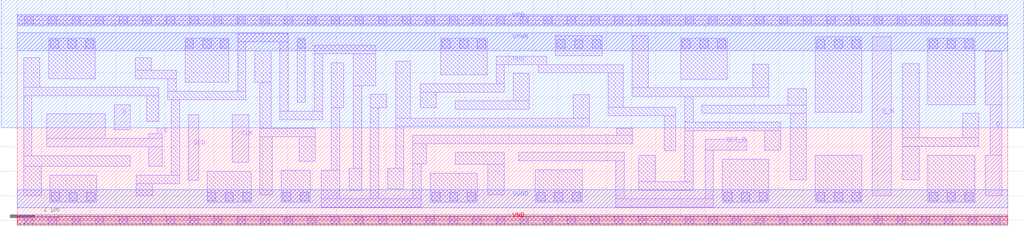
<source format=lef>
# Copyright 2020 The SkyWater PDK Authors
#
# Licensed under the Apache License, Version 2.0 (the "License");
# you may not use this file except in compliance with the License.
# You may obtain a copy of the License at
#
#     https://www.apache.org/licenses/LICENSE-2.0
#
# Unless required by applicable law or agreed to in writing, software
# distributed under the License is distributed on an "AS IS" BASIS,
# WITHOUT WARRANTIES OR CONDITIONS OF ANY KIND, either express or implied.
# See the License for the specific language governing permissions and
# limitations under the License.
#
# SPDX-License-Identifier: Apache-2.0

VERSION 5.7 ;
  NOWIREEXTENSIONATPIN ON ;
  DIVIDERCHAR "/" ;
  BUSBITCHARS "[]" ;
MACRO sky130_fd_sc_hvl__sdfsbp_1
  CLASS CORE ;
  FOREIGN sky130_fd_sc_hvl__sdfsbp_1 ;
  ORIGIN  0.000000  0.000000 ;
  SIZE  20.16000 BY  4.070000 ;
  SYMMETRY X Y ;
  SITE unithv ;
  PIN D
    ANTENNAGATEAREA  0.420000 ;
    DIRECTION INPUT ;
    USE SIGNAL ;
    PORT
      LAYER li1 ;
        RECT 1.975000 1.845000 2.305000 2.355000 ;
    END
  END D
  PIN Q
    ANTENNADIFFAREA  0.498750 ;
    DIRECTION OUTPUT ;
    USE SIGNAL ;
    PORT
      LAYER li1 ;
        RECT 19.700000 0.495000 20.035000 1.325000 ;
        RECT 19.700000 2.355000 20.035000 3.435000 ;
        RECT 19.805000 1.325000 20.035000 2.355000 ;
    END
  END Q
  PIN Q_N
    ANTENNADIFFAREA  0.611250 ;
    DIRECTION OUTPUT ;
    USE SIGNAL ;
    PORT
      LAYER li1 ;
        RECT 17.405000 0.495000 17.785000 3.735000 ;
    END
  END Q_N
  PIN SCD
    ANTENNAGATEAREA  0.420000 ;
    DIRECTION INPUT ;
    USE SIGNAL ;
    PORT
      LAYER li1 ;
        RECT 3.485000 0.810000 3.690000 2.150000 ;
    END
  END SCD
  PIN SCE
    ANTENNAGATEAREA  0.840000 ;
    DIRECTION INPUT ;
    USE SIGNAL ;
    PORT
      LAYER li1 ;
        RECT 0.605000 1.495000 2.955000 1.665000 ;
        RECT 0.605000 1.665000 1.795000 2.165000 ;
        RECT 2.680000 1.095000 2.955000 1.495000 ;
        RECT 2.680000 1.665000 2.955000 1.765000 ;
    END
  END SCE
  PIN SET_B
    ANTENNAGATEAREA  0.840000 ;
    DIRECTION INPUT ;
    USE SIGNAL ;
    PORT
      LAYER li1 ;
        RECT 10.205000 1.210000 12.355000 1.380000 ;
        RECT 12.185000 0.265000 14.170000 0.435000 ;
        RECT 12.185000 0.435000 12.355000 1.210000 ;
        RECT 14.000000 0.435000 14.170000 1.425000 ;
        RECT 14.000000 1.425000 14.845000 1.645000 ;
    END
  END SET_B
  PIN CLK
    ANTENNAGATEAREA  0.585000 ;
    DIRECTION INPUT ;
    USE CLOCK ;
    PORT
      LAYER li1 ;
        RECT 4.380000 1.180000 4.710000 2.150000 ;
    END
  END CLK
  PIN VGND
    DIRECTION INOUT ;
    USE GROUND ;
    PORT
      LAYER met1 ;
        RECT 0.000000 0.255000 20.160000 0.625000 ;
    END
  END VGND
  PIN VNB
    DIRECTION INOUT ;
    USE GROUND ;
    PORT
      LAYER met1 ;
        RECT 0.000000 -0.115000 20.160000 0.115000 ;
      LAYER pwell ;
        RECT 0.000000 -0.085000 20.160000 0.085000 ;
    END
  END VNB
  PIN VPB
    DIRECTION INOUT ;
    USE POWER ;
    PORT
      LAYER met1 ;
        RECT 0.000000 3.955000 20.160000 4.185000 ;
      LAYER nwell ;
        RECT -0.330000 1.885000 20.490000 4.485000 ;
    END
  END VPB
  PIN VPWR
    DIRECTION INOUT ;
    USE POWER ;
    PORT
      LAYER met1 ;
        RECT 0.000000 3.445000 20.160000 3.815000 ;
    END
  END VPWR
  OBS
    LAYER li1 ;
      RECT  0.000000 -0.085000 20.160000 0.085000 ;
      RECT  0.000000  3.985000 20.160000 4.155000 ;
      RECT  0.130000  0.495000  0.485000 1.095000 ;
      RECT  0.130000  1.095000  2.300000 1.315000 ;
      RECT  0.130000  1.315000  0.300000 2.535000 ;
      RECT  0.130000  2.535000  2.885000 2.705000 ;
      RECT  0.130000  2.705000  0.460000 3.305000 ;
      RECT  0.640000  2.885000  1.590000 3.705000 ;
      RECT  0.665000  0.365000  1.615000 0.915000 ;
      RECT  2.400000  2.885000  3.235000 3.055000 ;
      RECT  2.400000  3.055000  2.730000 3.305000 ;
      RECT  2.425000  0.495000  2.755000 0.745000 ;
      RECT  2.425000  0.745000  3.305000 0.915000 ;
      RECT  2.635000  2.015000  2.885000 2.535000 ;
      RECT  3.065000  2.455000  4.655000 2.625000 ;
      RECT  3.065000  2.625000  3.235000 2.885000 ;
      RECT  3.135000  0.915000  3.305000 2.455000 ;
      RECT  3.415000  2.805000  4.305000 3.705000 ;
      RECT  3.870000  0.365000  4.760000 0.995000 ;
      RECT  4.485000  2.625000  4.655000 3.635000 ;
      RECT  4.485000  3.635000  5.515000 3.805000 ;
      RECT  4.835000  2.805000  5.165000 3.455000 ;
      RECT  4.940000  0.515000  5.190000 1.700000 ;
      RECT  4.940000  1.700000  6.065000 1.870000 ;
      RECT  4.940000  1.870000  5.165000 2.805000 ;
      RECT  5.345000  2.050000  6.215000 2.220000 ;
      RECT  5.345000  2.220000  5.515000 3.635000 ;
      RECT  5.370000  0.365000  5.960000 1.020000 ;
      RECT  5.695000  2.400000  5.865000 3.705000 ;
      RECT  5.735000  1.200000  6.065000 1.700000 ;
      RECT  6.045000  2.220000  6.215000 3.390000 ;
      RECT  6.045000  3.390000  7.295000 3.560000 ;
      RECT  6.190000  0.265000  8.220000 0.435000 ;
      RECT  6.190000  0.435000  6.565000 1.020000 ;
      RECT  6.395000  1.020000  6.565000 2.290000 ;
      RECT  6.395000  2.290000  6.645000 3.210000 ;
      RECT  6.760000  0.615000  7.010000 1.060000 ;
      RECT  6.840000  1.060000  7.010000 2.740000 ;
      RECT  6.840000  2.740000  7.295000 3.390000 ;
      RECT  7.190000  0.435000  7.360000 2.290000 ;
      RECT  7.190000  2.290000  7.520000 2.560000 ;
      RECT  7.540000  0.640000  7.870000 1.060000 ;
      RECT  7.700000  1.060000  7.870000 1.910000 ;
      RECT  7.700000  1.910000 11.645000 2.080000 ;
      RECT  7.700000  2.080000  7.995000 3.240000 ;
      RECT  8.050000  0.435000  8.220000 1.150000 ;
      RECT  8.050000  1.150000  8.325000 1.560000 ;
      RECT  8.050000  1.560000 12.530000 1.730000 ;
      RECT  8.200000  2.290000  8.530000 2.610000 ;
      RECT  8.200000  2.610000  9.915000 2.780000 ;
      RECT  8.410000  0.365000  9.360000 0.960000 ;
      RECT  8.615000  2.960000  9.565000 3.705000 ;
      RECT  8.910000  1.140000  9.910000 1.380000 ;
      RECT  8.910000  2.260000 10.425000 2.430000 ;
      RECT  9.580000  0.515000  9.910000 1.140000 ;
      RECT  9.745000  2.780000  9.915000 3.170000 ;
      RECT  9.745000  3.170000 10.775000 3.340000 ;
      RECT 10.095000  2.430000 10.425000 2.990000 ;
      RECT 10.545000  0.365000 11.495000 1.030000 ;
      RECT 10.605000  3.000000 12.335000 3.170000 ;
      RECT 10.955000  3.350000 11.905000 3.755000 ;
      RECT 11.315000  2.080000 11.645000 2.555000 ;
      RECT 12.025000  2.125000 13.405000 2.295000 ;
      RECT 12.025000  2.295000 12.335000 3.000000 ;
      RECT 12.200000  1.730000 12.530000 1.875000 ;
      RECT 12.515000  2.525000 15.300000 2.695000 ;
      RECT 12.515000  2.695000 12.845000 3.755000 ;
      RECT 12.655000  0.615000 13.755000 0.785000 ;
      RECT 12.655000  0.785000 12.985000 1.325000 ;
      RECT 13.165000  1.415000 13.405000 2.125000 ;
      RECT 13.500000  2.875000 14.450000 3.705000 ;
      RECT 13.585000  0.785000 13.755000 1.825000 ;
      RECT 13.585000  1.825000 15.545000 1.995000 ;
      RECT 13.585000  1.995000 13.755000 2.525000 ;
      RECT 13.935000  2.175000 16.060000 2.345000 ;
      RECT 14.350000  0.365000 15.300000 1.245000 ;
      RECT 14.970000  2.695000 15.300000 3.175000 ;
      RECT 15.215000  1.425000 15.545000 1.825000 ;
      RECT 15.685000  2.345000 16.060000 2.675000 ;
      RECT 15.730000  0.825000 16.060000 2.175000 ;
      RECT 16.240000  0.365000 17.190000 1.325000 ;
      RECT 16.240000  2.195000 17.190000 3.735000 ;
      RECT 18.025000  0.825000 18.355000 1.505000 ;
      RECT 18.025000  1.505000 19.575000 1.675000 ;
      RECT 18.025000  1.675000 18.355000 3.185000 ;
      RECT 18.535000  0.365000 19.485000 1.325000 ;
      RECT 18.535000  2.355000 19.485000 3.705000 ;
      RECT 19.245000  1.675000 19.575000 2.175000 ;
    LAYER mcon ;
      RECT  0.155000 -0.085000  0.325000 0.085000 ;
      RECT  0.155000  3.985000  0.325000 4.155000 ;
      RECT  0.635000 -0.085000  0.805000 0.085000 ;
      RECT  0.635000  3.985000  0.805000 4.155000 ;
      RECT  0.670000  3.505000  0.840000 3.675000 ;
      RECT  0.695000  0.395000  0.865000 0.565000 ;
      RECT  1.030000  3.505000  1.200000 3.675000 ;
      RECT  1.055000  0.395000  1.225000 0.565000 ;
      RECT  1.115000 -0.085000  1.285000 0.085000 ;
      RECT  1.115000  3.985000  1.285000 4.155000 ;
      RECT  1.390000  3.505000  1.560000 3.675000 ;
      RECT  1.415000  0.395000  1.585000 0.565000 ;
      RECT  1.595000 -0.085000  1.765000 0.085000 ;
      RECT  1.595000  3.985000  1.765000 4.155000 ;
      RECT  2.075000 -0.085000  2.245000 0.085000 ;
      RECT  2.075000  3.985000  2.245000 4.155000 ;
      RECT  2.555000 -0.085000  2.725000 0.085000 ;
      RECT  2.555000  3.985000  2.725000 4.155000 ;
      RECT  3.035000 -0.085000  3.205000 0.085000 ;
      RECT  3.035000  3.985000  3.205000 4.155000 ;
      RECT  3.415000  3.505000  3.585000 3.675000 ;
      RECT  3.515000 -0.085000  3.685000 0.085000 ;
      RECT  3.515000  3.985000  3.685000 4.155000 ;
      RECT  3.775000  3.505000  3.945000 3.675000 ;
      RECT  3.870000  0.395000  4.040000 0.565000 ;
      RECT  3.995000 -0.085000  4.165000 0.085000 ;
      RECT  3.995000  3.985000  4.165000 4.155000 ;
      RECT  4.135000  3.505000  4.305000 3.675000 ;
      RECT  4.230000  0.395000  4.400000 0.565000 ;
      RECT  4.475000 -0.085000  4.645000 0.085000 ;
      RECT  4.475000  3.985000  4.645000 4.155000 ;
      RECT  4.590000  0.395000  4.760000 0.565000 ;
      RECT  4.955000 -0.085000  5.125000 0.085000 ;
      RECT  4.955000  3.985000  5.125000 4.155000 ;
      RECT  5.400000  0.395000  5.570000 0.565000 ;
      RECT  5.435000 -0.085000  5.605000 0.085000 ;
      RECT  5.435000  3.985000  5.605000 4.155000 ;
      RECT  5.695000  3.505000  5.865000 3.675000 ;
      RECT  5.760000  0.395000  5.930000 0.565000 ;
      RECT  5.915000 -0.085000  6.085000 0.085000 ;
      RECT  5.915000  3.985000  6.085000 4.155000 ;
      RECT  6.395000 -0.085000  6.565000 0.085000 ;
      RECT  6.395000  3.985000  6.565000 4.155000 ;
      RECT  6.875000 -0.085000  7.045000 0.085000 ;
      RECT  6.875000  3.985000  7.045000 4.155000 ;
      RECT  7.355000 -0.085000  7.525000 0.085000 ;
      RECT  7.355000  3.985000  7.525000 4.155000 ;
      RECT  7.835000 -0.085000  8.005000 0.085000 ;
      RECT  7.835000  3.985000  8.005000 4.155000 ;
      RECT  8.315000 -0.085000  8.485000 0.085000 ;
      RECT  8.315000  3.985000  8.485000 4.155000 ;
      RECT  8.440000  0.395000  8.610000 0.565000 ;
      RECT  8.645000  3.505000  8.815000 3.675000 ;
      RECT  8.795000 -0.085000  8.965000 0.085000 ;
      RECT  8.795000  3.985000  8.965000 4.155000 ;
      RECT  8.800000  0.395000  8.970000 0.565000 ;
      RECT  9.005000  3.505000  9.175000 3.675000 ;
      RECT  9.160000  0.395000  9.330000 0.565000 ;
      RECT  9.275000 -0.085000  9.445000 0.085000 ;
      RECT  9.275000  3.985000  9.445000 4.155000 ;
      RECT  9.365000  3.505000  9.535000 3.675000 ;
      RECT  9.755000 -0.085000  9.925000 0.085000 ;
      RECT  9.755000  3.985000  9.925000 4.155000 ;
      RECT 10.235000 -0.085000 10.405000 0.085000 ;
      RECT 10.235000  3.985000 10.405000 4.155000 ;
      RECT 10.575000  0.395000 10.745000 0.565000 ;
      RECT 10.715000 -0.085000 10.885000 0.085000 ;
      RECT 10.715000  3.985000 10.885000 4.155000 ;
      RECT 10.935000  0.395000 11.105000 0.565000 ;
      RECT 10.985000  3.505000 11.155000 3.675000 ;
      RECT 11.195000 -0.085000 11.365000 0.085000 ;
      RECT 11.195000  3.985000 11.365000 4.155000 ;
      RECT 11.295000  0.395000 11.465000 0.565000 ;
      RECT 11.345000  3.505000 11.515000 3.675000 ;
      RECT 11.675000 -0.085000 11.845000 0.085000 ;
      RECT 11.675000  3.985000 11.845000 4.155000 ;
      RECT 11.705000  3.505000 11.875000 3.675000 ;
      RECT 12.155000 -0.085000 12.325000 0.085000 ;
      RECT 12.155000  3.985000 12.325000 4.155000 ;
      RECT 12.635000 -0.085000 12.805000 0.085000 ;
      RECT 12.635000  3.985000 12.805000 4.155000 ;
      RECT 13.115000 -0.085000 13.285000 0.085000 ;
      RECT 13.115000  3.985000 13.285000 4.155000 ;
      RECT 13.530000  3.505000 13.700000 3.675000 ;
      RECT 13.595000 -0.085000 13.765000 0.085000 ;
      RECT 13.595000  3.985000 13.765000 4.155000 ;
      RECT 13.890000  3.505000 14.060000 3.675000 ;
      RECT 14.075000 -0.085000 14.245000 0.085000 ;
      RECT 14.075000  3.985000 14.245000 4.155000 ;
      RECT 14.250000  3.505000 14.420000 3.675000 ;
      RECT 14.380000  0.395000 14.550000 0.565000 ;
      RECT 14.555000 -0.085000 14.725000 0.085000 ;
      RECT 14.555000  3.985000 14.725000 4.155000 ;
      RECT 14.740000  0.395000 14.910000 0.565000 ;
      RECT 15.035000 -0.085000 15.205000 0.085000 ;
      RECT 15.035000  3.985000 15.205000 4.155000 ;
      RECT 15.100000  0.395000 15.270000 0.565000 ;
      RECT 15.515000 -0.085000 15.685000 0.085000 ;
      RECT 15.515000  3.985000 15.685000 4.155000 ;
      RECT 15.995000 -0.085000 16.165000 0.085000 ;
      RECT 15.995000  3.985000 16.165000 4.155000 ;
      RECT 16.270000  0.395000 16.440000 0.565000 ;
      RECT 16.270000  3.505000 16.440000 3.675000 ;
      RECT 16.475000 -0.085000 16.645000 0.085000 ;
      RECT 16.475000  3.985000 16.645000 4.155000 ;
      RECT 16.630000  0.395000 16.800000 0.565000 ;
      RECT 16.630000  3.505000 16.800000 3.675000 ;
      RECT 16.955000 -0.085000 17.125000 0.085000 ;
      RECT 16.955000  3.985000 17.125000 4.155000 ;
      RECT 16.990000  0.395000 17.160000 0.565000 ;
      RECT 16.990000  3.505000 17.160000 3.675000 ;
      RECT 17.435000 -0.085000 17.605000 0.085000 ;
      RECT 17.435000  3.985000 17.605000 4.155000 ;
      RECT 17.915000 -0.085000 18.085000 0.085000 ;
      RECT 17.915000  3.985000 18.085000 4.155000 ;
      RECT 18.395000 -0.085000 18.565000 0.085000 ;
      RECT 18.395000  3.985000 18.565000 4.155000 ;
      RECT 18.565000  0.395000 18.735000 0.565000 ;
      RECT 18.565000  3.505000 18.735000 3.675000 ;
      RECT 18.875000 -0.085000 19.045000 0.085000 ;
      RECT 18.875000  3.985000 19.045000 4.155000 ;
      RECT 18.925000  0.395000 19.095000 0.565000 ;
      RECT 18.925000  3.505000 19.095000 3.675000 ;
      RECT 19.285000  0.395000 19.455000 0.565000 ;
      RECT 19.285000  3.505000 19.455000 3.675000 ;
      RECT 19.355000 -0.085000 19.525000 0.085000 ;
      RECT 19.355000  3.985000 19.525000 4.155000 ;
      RECT 19.835000 -0.085000 20.005000 0.085000 ;
      RECT 19.835000  3.985000 20.005000 4.155000 ;
  END
END sky130_fd_sc_hvl__sdfsbp_1
END LIBRARY

</source>
